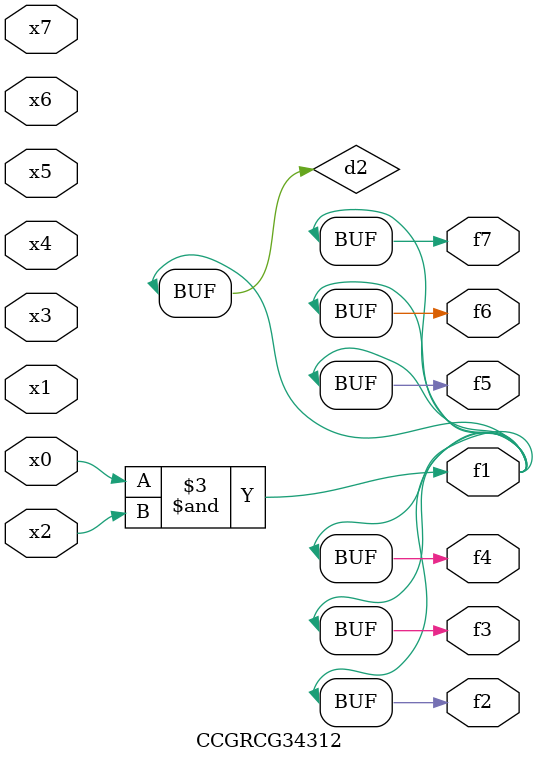
<source format=v>
module CCGRCG34312(
	input x0, x1, x2, x3, x4, x5, x6, x7,
	output f1, f2, f3, f4, f5, f6, f7
);

	wire d1, d2;

	nor (d1, x3, x6);
	and (d2, x0, x2);
	assign f1 = d2;
	assign f2 = d2;
	assign f3 = d2;
	assign f4 = d2;
	assign f5 = d2;
	assign f6 = d2;
	assign f7 = d2;
endmodule

</source>
